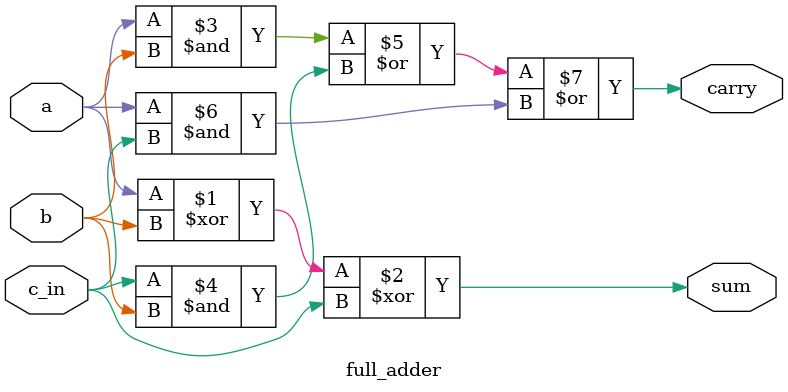
<source format=v>
module full_adder
        (   input a,b,c_in,
            output sum,carry
            );

    assign sum = a ^ b ^ c_in;
    assign carry = (a & b) | (c_in & b) | (a & c_in);

endmodule

</source>
